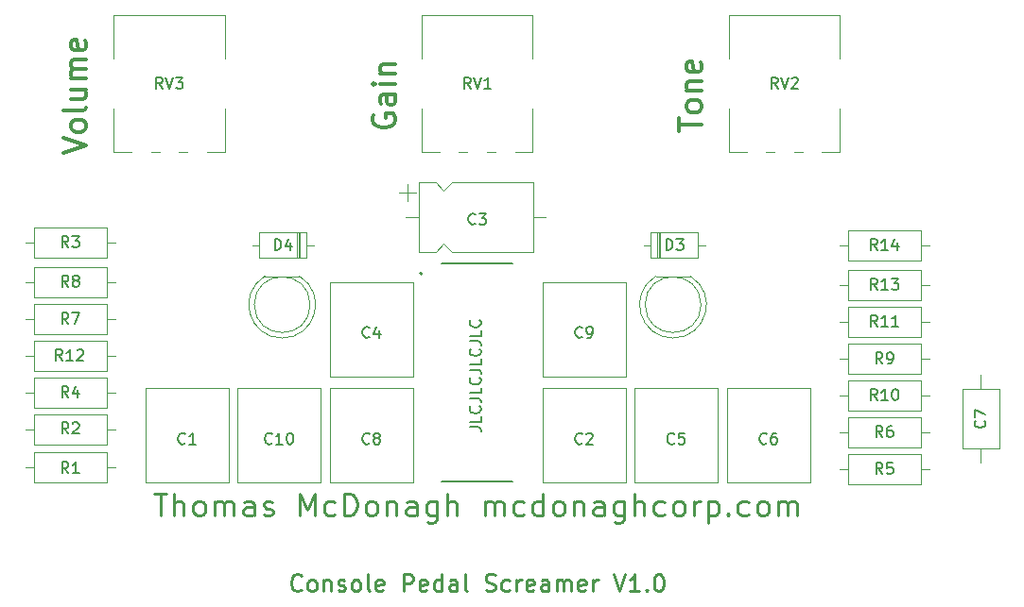
<source format=gbr>
G04 #@! TF.GenerationSoftware,KiCad,Pcbnew,(5.1.7)-1*
G04 #@! TF.CreationDate,2021-05-14T14:52:42-05:00*
G04 #@! TF.ProjectId,ConsolePedalScreamer,436f6e73-6f6c-4655-9065-64616c536372,rev?*
G04 #@! TF.SameCoordinates,Original*
G04 #@! TF.FileFunction,Legend,Top*
G04 #@! TF.FilePolarity,Positive*
%FSLAX46Y46*%
G04 Gerber Fmt 4.6, Leading zero omitted, Abs format (unit mm)*
G04 Created by KiCad (PCBNEW (5.1.7)-1) date 2021-05-14 14:52:42*
%MOMM*%
%LPD*%
G01*
G04 APERTURE LIST*
%ADD10C,0.150000*%
%ADD11C,0.300000*%
%ADD12C,0.250000*%
%ADD13C,0.127000*%
%ADD14C,0.200000*%
%ADD15C,0.120000*%
G04 APERTURE END LIST*
D10*
X132040380Y-107235047D02*
X132754666Y-107235047D01*
X132897523Y-107282666D01*
X132992761Y-107377904D01*
X133040380Y-107520761D01*
X133040380Y-107616000D01*
X133040380Y-106282666D02*
X133040380Y-106758857D01*
X132040380Y-106758857D01*
X132945142Y-105377904D02*
X132992761Y-105425523D01*
X133040380Y-105568380D01*
X133040380Y-105663619D01*
X132992761Y-105806476D01*
X132897523Y-105901714D01*
X132802285Y-105949333D01*
X132611809Y-105996952D01*
X132468952Y-105996952D01*
X132278476Y-105949333D01*
X132183238Y-105901714D01*
X132088000Y-105806476D01*
X132040380Y-105663619D01*
X132040380Y-105568380D01*
X132088000Y-105425523D01*
X132135619Y-105377904D01*
X132040380Y-104663619D02*
X132754666Y-104663619D01*
X132897523Y-104711238D01*
X132992761Y-104806476D01*
X133040380Y-104949333D01*
X133040380Y-105044571D01*
X133040380Y-103711238D02*
X133040380Y-104187428D01*
X132040380Y-104187428D01*
X132945142Y-102806476D02*
X132992761Y-102854095D01*
X133040380Y-102996952D01*
X133040380Y-103092190D01*
X132992761Y-103235047D01*
X132897523Y-103330285D01*
X132802285Y-103377904D01*
X132611809Y-103425523D01*
X132468952Y-103425523D01*
X132278476Y-103377904D01*
X132183238Y-103330285D01*
X132088000Y-103235047D01*
X132040380Y-103092190D01*
X132040380Y-102996952D01*
X132088000Y-102854095D01*
X132135619Y-102806476D01*
X132040380Y-102092190D02*
X132754666Y-102092190D01*
X132897523Y-102139809D01*
X132992761Y-102235047D01*
X133040380Y-102377904D01*
X133040380Y-102473142D01*
X133040380Y-101139809D02*
X133040380Y-101616000D01*
X132040380Y-101616000D01*
X132945142Y-100235047D02*
X132992761Y-100282666D01*
X133040380Y-100425523D01*
X133040380Y-100520761D01*
X132992761Y-100663619D01*
X132897523Y-100758857D01*
X132802285Y-100806476D01*
X132611809Y-100854095D01*
X132468952Y-100854095D01*
X132278476Y-100806476D01*
X132183238Y-100758857D01*
X132088000Y-100663619D01*
X132040380Y-100520761D01*
X132040380Y-100425523D01*
X132088000Y-100282666D01*
X132135619Y-100235047D01*
X132040380Y-99520761D02*
X132754666Y-99520761D01*
X132897523Y-99568380D01*
X132992761Y-99663619D01*
X133040380Y-99806476D01*
X133040380Y-99901714D01*
X133040380Y-98568380D02*
X133040380Y-99044571D01*
X132040380Y-99044571D01*
X132945142Y-97663619D02*
X132992761Y-97711238D01*
X133040380Y-97854095D01*
X133040380Y-97949333D01*
X132992761Y-98092190D01*
X132897523Y-98187428D01*
X132802285Y-98235047D01*
X132611809Y-98282666D01*
X132468952Y-98282666D01*
X132278476Y-98235047D01*
X132183238Y-98187428D01*
X132088000Y-98092190D01*
X132040380Y-97949333D01*
X132040380Y-97854095D01*
X132088000Y-97711238D01*
X132135619Y-97663619D01*
D11*
X150796761Y-80708095D02*
X150796761Y-79565238D01*
X152796761Y-80136666D02*
X150796761Y-80136666D01*
X152796761Y-78612857D02*
X152701523Y-78803333D01*
X152606285Y-78898571D01*
X152415809Y-78993809D01*
X151844380Y-78993809D01*
X151653904Y-78898571D01*
X151558666Y-78803333D01*
X151463428Y-78612857D01*
X151463428Y-78327142D01*
X151558666Y-78136666D01*
X151653904Y-78041428D01*
X151844380Y-77946190D01*
X152415809Y-77946190D01*
X152606285Y-78041428D01*
X152701523Y-78136666D01*
X152796761Y-78327142D01*
X152796761Y-78612857D01*
X151463428Y-77089047D02*
X152796761Y-77089047D01*
X151653904Y-77089047D02*
X151558666Y-76993809D01*
X151463428Y-76803333D01*
X151463428Y-76517619D01*
X151558666Y-76327142D01*
X151749142Y-76231904D01*
X152796761Y-76231904D01*
X152701523Y-74517619D02*
X152796761Y-74708095D01*
X152796761Y-75089047D01*
X152701523Y-75279523D01*
X152511047Y-75374761D01*
X151749142Y-75374761D01*
X151558666Y-75279523D01*
X151463428Y-75089047D01*
X151463428Y-74708095D01*
X151558666Y-74517619D01*
X151749142Y-74422380D01*
X151939619Y-74422380D01*
X152130095Y-75374761D01*
X123460000Y-79231904D02*
X123364761Y-79422380D01*
X123364761Y-79708095D01*
X123460000Y-79993809D01*
X123650476Y-80184285D01*
X123840952Y-80279523D01*
X124221904Y-80374761D01*
X124507619Y-80374761D01*
X124888571Y-80279523D01*
X125079047Y-80184285D01*
X125269523Y-79993809D01*
X125364761Y-79708095D01*
X125364761Y-79517619D01*
X125269523Y-79231904D01*
X125174285Y-79136666D01*
X124507619Y-79136666D01*
X124507619Y-79517619D01*
X125364761Y-77422380D02*
X124317142Y-77422380D01*
X124126666Y-77517619D01*
X124031428Y-77708095D01*
X124031428Y-78089047D01*
X124126666Y-78279523D01*
X125269523Y-77422380D02*
X125364761Y-77612857D01*
X125364761Y-78089047D01*
X125269523Y-78279523D01*
X125079047Y-78374761D01*
X124888571Y-78374761D01*
X124698095Y-78279523D01*
X124602857Y-78089047D01*
X124602857Y-77612857D01*
X124507619Y-77422380D01*
X125364761Y-76470000D02*
X124031428Y-76470000D01*
X123364761Y-76470000D02*
X123460000Y-76565238D01*
X123555238Y-76470000D01*
X123460000Y-76374761D01*
X123364761Y-76470000D01*
X123555238Y-76470000D01*
X124031428Y-75517619D02*
X125364761Y-75517619D01*
X124221904Y-75517619D02*
X124126666Y-75422380D01*
X124031428Y-75231904D01*
X124031428Y-74946190D01*
X124126666Y-74755714D01*
X124317142Y-74660476D01*
X125364761Y-74660476D01*
X95678761Y-82660476D02*
X97678761Y-81993809D01*
X95678761Y-81327142D01*
X97678761Y-80374761D02*
X97583523Y-80565238D01*
X97488285Y-80660476D01*
X97297809Y-80755714D01*
X96726380Y-80755714D01*
X96535904Y-80660476D01*
X96440666Y-80565238D01*
X96345428Y-80374761D01*
X96345428Y-80089047D01*
X96440666Y-79898571D01*
X96535904Y-79803333D01*
X96726380Y-79708095D01*
X97297809Y-79708095D01*
X97488285Y-79803333D01*
X97583523Y-79898571D01*
X97678761Y-80089047D01*
X97678761Y-80374761D01*
X97678761Y-78565238D02*
X97583523Y-78755714D01*
X97393047Y-78850952D01*
X95678761Y-78850952D01*
X96345428Y-76946190D02*
X97678761Y-76946190D01*
X96345428Y-77803333D02*
X97393047Y-77803333D01*
X97583523Y-77708095D01*
X97678761Y-77517619D01*
X97678761Y-77231904D01*
X97583523Y-77041428D01*
X97488285Y-76946190D01*
X97678761Y-75993809D02*
X96345428Y-75993809D01*
X96535904Y-75993809D02*
X96440666Y-75898571D01*
X96345428Y-75708095D01*
X96345428Y-75422380D01*
X96440666Y-75231904D01*
X96631142Y-75136666D01*
X97678761Y-75136666D01*
X96631142Y-75136666D02*
X96440666Y-75041428D01*
X96345428Y-74850952D01*
X96345428Y-74565238D01*
X96440666Y-74374761D01*
X96631142Y-74279523D01*
X97678761Y-74279523D01*
X97583523Y-72565238D02*
X97678761Y-72755714D01*
X97678761Y-73136666D01*
X97583523Y-73327142D01*
X97393047Y-73422380D01*
X96631142Y-73422380D01*
X96440666Y-73327142D01*
X96345428Y-73136666D01*
X96345428Y-72755714D01*
X96440666Y-72565238D01*
X96631142Y-72470000D01*
X96821619Y-72470000D01*
X97012095Y-73422380D01*
D12*
X116965000Y-121820714D02*
X116893571Y-121892142D01*
X116679285Y-121963571D01*
X116536428Y-121963571D01*
X116322142Y-121892142D01*
X116179285Y-121749285D01*
X116107857Y-121606428D01*
X116036428Y-121320714D01*
X116036428Y-121106428D01*
X116107857Y-120820714D01*
X116179285Y-120677857D01*
X116322142Y-120535000D01*
X116536428Y-120463571D01*
X116679285Y-120463571D01*
X116893571Y-120535000D01*
X116965000Y-120606428D01*
X117822142Y-121963571D02*
X117679285Y-121892142D01*
X117607857Y-121820714D01*
X117536428Y-121677857D01*
X117536428Y-121249285D01*
X117607857Y-121106428D01*
X117679285Y-121035000D01*
X117822142Y-120963571D01*
X118036428Y-120963571D01*
X118179285Y-121035000D01*
X118250714Y-121106428D01*
X118322142Y-121249285D01*
X118322142Y-121677857D01*
X118250714Y-121820714D01*
X118179285Y-121892142D01*
X118036428Y-121963571D01*
X117822142Y-121963571D01*
X118965000Y-120963571D02*
X118965000Y-121963571D01*
X118965000Y-121106428D02*
X119036428Y-121035000D01*
X119179285Y-120963571D01*
X119393571Y-120963571D01*
X119536428Y-121035000D01*
X119607857Y-121177857D01*
X119607857Y-121963571D01*
X120250714Y-121892142D02*
X120393571Y-121963571D01*
X120679285Y-121963571D01*
X120822142Y-121892142D01*
X120893571Y-121749285D01*
X120893571Y-121677857D01*
X120822142Y-121535000D01*
X120679285Y-121463571D01*
X120465000Y-121463571D01*
X120322142Y-121392142D01*
X120250714Y-121249285D01*
X120250714Y-121177857D01*
X120322142Y-121035000D01*
X120465000Y-120963571D01*
X120679285Y-120963571D01*
X120822142Y-121035000D01*
X121750714Y-121963571D02*
X121607857Y-121892142D01*
X121536428Y-121820714D01*
X121465000Y-121677857D01*
X121465000Y-121249285D01*
X121536428Y-121106428D01*
X121607857Y-121035000D01*
X121750714Y-120963571D01*
X121965000Y-120963571D01*
X122107857Y-121035000D01*
X122179285Y-121106428D01*
X122250714Y-121249285D01*
X122250714Y-121677857D01*
X122179285Y-121820714D01*
X122107857Y-121892142D01*
X121965000Y-121963571D01*
X121750714Y-121963571D01*
X123107857Y-121963571D02*
X122965000Y-121892142D01*
X122893571Y-121749285D01*
X122893571Y-120463571D01*
X124250714Y-121892142D02*
X124107857Y-121963571D01*
X123822142Y-121963571D01*
X123679285Y-121892142D01*
X123607857Y-121749285D01*
X123607857Y-121177857D01*
X123679285Y-121035000D01*
X123822142Y-120963571D01*
X124107857Y-120963571D01*
X124250714Y-121035000D01*
X124322142Y-121177857D01*
X124322142Y-121320714D01*
X123607857Y-121463571D01*
X126107857Y-121963571D02*
X126107857Y-120463571D01*
X126679285Y-120463571D01*
X126822142Y-120535000D01*
X126893571Y-120606428D01*
X126965000Y-120749285D01*
X126965000Y-120963571D01*
X126893571Y-121106428D01*
X126822142Y-121177857D01*
X126679285Y-121249285D01*
X126107857Y-121249285D01*
X128179285Y-121892142D02*
X128036428Y-121963571D01*
X127750714Y-121963571D01*
X127607857Y-121892142D01*
X127536428Y-121749285D01*
X127536428Y-121177857D01*
X127607857Y-121035000D01*
X127750714Y-120963571D01*
X128036428Y-120963571D01*
X128179285Y-121035000D01*
X128250714Y-121177857D01*
X128250714Y-121320714D01*
X127536428Y-121463571D01*
X129536428Y-121963571D02*
X129536428Y-120463571D01*
X129536428Y-121892142D02*
X129393571Y-121963571D01*
X129107857Y-121963571D01*
X128965000Y-121892142D01*
X128893571Y-121820714D01*
X128822142Y-121677857D01*
X128822142Y-121249285D01*
X128893571Y-121106428D01*
X128965000Y-121035000D01*
X129107857Y-120963571D01*
X129393571Y-120963571D01*
X129536428Y-121035000D01*
X130893571Y-121963571D02*
X130893571Y-121177857D01*
X130822142Y-121035000D01*
X130679285Y-120963571D01*
X130393571Y-120963571D01*
X130250714Y-121035000D01*
X130893571Y-121892142D02*
X130750714Y-121963571D01*
X130393571Y-121963571D01*
X130250714Y-121892142D01*
X130179285Y-121749285D01*
X130179285Y-121606428D01*
X130250714Y-121463571D01*
X130393571Y-121392142D01*
X130750714Y-121392142D01*
X130893571Y-121320714D01*
X131822142Y-121963571D02*
X131679285Y-121892142D01*
X131607857Y-121749285D01*
X131607857Y-120463571D01*
X133465000Y-121892142D02*
X133679285Y-121963571D01*
X134036428Y-121963571D01*
X134179285Y-121892142D01*
X134250714Y-121820714D01*
X134322142Y-121677857D01*
X134322142Y-121535000D01*
X134250714Y-121392142D01*
X134179285Y-121320714D01*
X134036428Y-121249285D01*
X133750714Y-121177857D01*
X133607857Y-121106428D01*
X133536428Y-121035000D01*
X133465000Y-120892142D01*
X133465000Y-120749285D01*
X133536428Y-120606428D01*
X133607857Y-120535000D01*
X133750714Y-120463571D01*
X134107857Y-120463571D01*
X134322142Y-120535000D01*
X135607857Y-121892142D02*
X135465000Y-121963571D01*
X135179285Y-121963571D01*
X135036428Y-121892142D01*
X134965000Y-121820714D01*
X134893571Y-121677857D01*
X134893571Y-121249285D01*
X134965000Y-121106428D01*
X135036428Y-121035000D01*
X135179285Y-120963571D01*
X135465000Y-120963571D01*
X135607857Y-121035000D01*
X136250714Y-121963571D02*
X136250714Y-120963571D01*
X136250714Y-121249285D02*
X136322142Y-121106428D01*
X136393571Y-121035000D01*
X136536428Y-120963571D01*
X136679285Y-120963571D01*
X137750714Y-121892142D02*
X137607857Y-121963571D01*
X137322142Y-121963571D01*
X137179285Y-121892142D01*
X137107857Y-121749285D01*
X137107857Y-121177857D01*
X137179285Y-121035000D01*
X137322142Y-120963571D01*
X137607857Y-120963571D01*
X137750714Y-121035000D01*
X137822142Y-121177857D01*
X137822142Y-121320714D01*
X137107857Y-121463571D01*
X139107857Y-121963571D02*
X139107857Y-121177857D01*
X139036428Y-121035000D01*
X138893571Y-120963571D01*
X138607857Y-120963571D01*
X138465000Y-121035000D01*
X139107857Y-121892142D02*
X138965000Y-121963571D01*
X138607857Y-121963571D01*
X138465000Y-121892142D01*
X138393571Y-121749285D01*
X138393571Y-121606428D01*
X138465000Y-121463571D01*
X138607857Y-121392142D01*
X138965000Y-121392142D01*
X139107857Y-121320714D01*
X139822142Y-121963571D02*
X139822142Y-120963571D01*
X139822142Y-121106428D02*
X139893571Y-121035000D01*
X140036428Y-120963571D01*
X140250714Y-120963571D01*
X140393571Y-121035000D01*
X140465000Y-121177857D01*
X140465000Y-121963571D01*
X140465000Y-121177857D02*
X140536428Y-121035000D01*
X140679285Y-120963571D01*
X140893571Y-120963571D01*
X141036428Y-121035000D01*
X141107857Y-121177857D01*
X141107857Y-121963571D01*
X142393571Y-121892142D02*
X142250714Y-121963571D01*
X141965000Y-121963571D01*
X141822142Y-121892142D01*
X141750714Y-121749285D01*
X141750714Y-121177857D01*
X141822142Y-121035000D01*
X141965000Y-120963571D01*
X142250714Y-120963571D01*
X142393571Y-121035000D01*
X142465000Y-121177857D01*
X142465000Y-121320714D01*
X141750714Y-121463571D01*
X143107857Y-121963571D02*
X143107857Y-120963571D01*
X143107857Y-121249285D02*
X143179285Y-121106428D01*
X143250714Y-121035000D01*
X143393571Y-120963571D01*
X143536428Y-120963571D01*
X144965000Y-120463571D02*
X145465000Y-121963571D01*
X145965000Y-120463571D01*
X147250714Y-121963571D02*
X146393571Y-121963571D01*
X146822142Y-121963571D02*
X146822142Y-120463571D01*
X146679285Y-120677857D01*
X146536428Y-120820714D01*
X146393571Y-120892142D01*
X147893571Y-121820714D02*
X147965000Y-121892142D01*
X147893571Y-121963571D01*
X147822142Y-121892142D01*
X147893571Y-121820714D01*
X147893571Y-121963571D01*
X148893571Y-120463571D02*
X149036428Y-120463571D01*
X149179285Y-120535000D01*
X149250714Y-120606428D01*
X149322142Y-120749285D01*
X149393571Y-121035000D01*
X149393571Y-121392142D01*
X149322142Y-121677857D01*
X149250714Y-121820714D01*
X149179285Y-121892142D01*
X149036428Y-121963571D01*
X148893571Y-121963571D01*
X148750714Y-121892142D01*
X148679285Y-121820714D01*
X148607857Y-121677857D01*
X148536428Y-121392142D01*
X148536428Y-121035000D01*
X148607857Y-120749285D01*
X148679285Y-120606428D01*
X148750714Y-120535000D01*
X148893571Y-120463571D01*
X103762619Y-113204761D02*
X104905476Y-113204761D01*
X104334047Y-115204761D02*
X104334047Y-113204761D01*
X105572142Y-115204761D02*
X105572142Y-113204761D01*
X106429285Y-115204761D02*
X106429285Y-114157142D01*
X106334047Y-113966666D01*
X106143571Y-113871428D01*
X105857857Y-113871428D01*
X105667380Y-113966666D01*
X105572142Y-114061904D01*
X107667380Y-115204761D02*
X107476904Y-115109523D01*
X107381666Y-115014285D01*
X107286428Y-114823809D01*
X107286428Y-114252380D01*
X107381666Y-114061904D01*
X107476904Y-113966666D01*
X107667380Y-113871428D01*
X107953095Y-113871428D01*
X108143571Y-113966666D01*
X108238809Y-114061904D01*
X108334047Y-114252380D01*
X108334047Y-114823809D01*
X108238809Y-115014285D01*
X108143571Y-115109523D01*
X107953095Y-115204761D01*
X107667380Y-115204761D01*
X109191190Y-115204761D02*
X109191190Y-113871428D01*
X109191190Y-114061904D02*
X109286428Y-113966666D01*
X109476904Y-113871428D01*
X109762619Y-113871428D01*
X109953095Y-113966666D01*
X110048333Y-114157142D01*
X110048333Y-115204761D01*
X110048333Y-114157142D02*
X110143571Y-113966666D01*
X110334047Y-113871428D01*
X110619761Y-113871428D01*
X110810238Y-113966666D01*
X110905476Y-114157142D01*
X110905476Y-115204761D01*
X112715000Y-115204761D02*
X112715000Y-114157142D01*
X112619761Y-113966666D01*
X112429285Y-113871428D01*
X112048333Y-113871428D01*
X111857857Y-113966666D01*
X112715000Y-115109523D02*
X112524523Y-115204761D01*
X112048333Y-115204761D01*
X111857857Y-115109523D01*
X111762619Y-114919047D01*
X111762619Y-114728571D01*
X111857857Y-114538095D01*
X112048333Y-114442857D01*
X112524523Y-114442857D01*
X112715000Y-114347619D01*
X113572142Y-115109523D02*
X113762619Y-115204761D01*
X114143571Y-115204761D01*
X114334047Y-115109523D01*
X114429285Y-114919047D01*
X114429285Y-114823809D01*
X114334047Y-114633333D01*
X114143571Y-114538095D01*
X113857857Y-114538095D01*
X113667380Y-114442857D01*
X113572142Y-114252380D01*
X113572142Y-114157142D01*
X113667380Y-113966666D01*
X113857857Y-113871428D01*
X114143571Y-113871428D01*
X114334047Y-113966666D01*
X116810238Y-115204761D02*
X116810238Y-113204761D01*
X117476904Y-114633333D01*
X118143571Y-113204761D01*
X118143571Y-115204761D01*
X119953095Y-115109523D02*
X119762619Y-115204761D01*
X119381666Y-115204761D01*
X119191190Y-115109523D01*
X119095952Y-115014285D01*
X119000714Y-114823809D01*
X119000714Y-114252380D01*
X119095952Y-114061904D01*
X119191190Y-113966666D01*
X119381666Y-113871428D01*
X119762619Y-113871428D01*
X119953095Y-113966666D01*
X120810238Y-115204761D02*
X120810238Y-113204761D01*
X121286428Y-113204761D01*
X121572142Y-113300000D01*
X121762619Y-113490476D01*
X121857857Y-113680952D01*
X121953095Y-114061904D01*
X121953095Y-114347619D01*
X121857857Y-114728571D01*
X121762619Y-114919047D01*
X121572142Y-115109523D01*
X121286428Y-115204761D01*
X120810238Y-115204761D01*
X123095952Y-115204761D02*
X122905476Y-115109523D01*
X122810238Y-115014285D01*
X122715000Y-114823809D01*
X122715000Y-114252380D01*
X122810238Y-114061904D01*
X122905476Y-113966666D01*
X123095952Y-113871428D01*
X123381666Y-113871428D01*
X123572142Y-113966666D01*
X123667380Y-114061904D01*
X123762619Y-114252380D01*
X123762619Y-114823809D01*
X123667380Y-115014285D01*
X123572142Y-115109523D01*
X123381666Y-115204761D01*
X123095952Y-115204761D01*
X124619761Y-113871428D02*
X124619761Y-115204761D01*
X124619761Y-114061904D02*
X124715000Y-113966666D01*
X124905476Y-113871428D01*
X125191190Y-113871428D01*
X125381666Y-113966666D01*
X125476904Y-114157142D01*
X125476904Y-115204761D01*
X127286428Y-115204761D02*
X127286428Y-114157142D01*
X127191190Y-113966666D01*
X127000714Y-113871428D01*
X126619761Y-113871428D01*
X126429285Y-113966666D01*
X127286428Y-115109523D02*
X127095952Y-115204761D01*
X126619761Y-115204761D01*
X126429285Y-115109523D01*
X126334047Y-114919047D01*
X126334047Y-114728571D01*
X126429285Y-114538095D01*
X126619761Y-114442857D01*
X127095952Y-114442857D01*
X127286428Y-114347619D01*
X129095952Y-113871428D02*
X129095952Y-115490476D01*
X129000714Y-115680952D01*
X128905476Y-115776190D01*
X128715000Y-115871428D01*
X128429285Y-115871428D01*
X128238809Y-115776190D01*
X129095952Y-115109523D02*
X128905476Y-115204761D01*
X128524523Y-115204761D01*
X128334047Y-115109523D01*
X128238809Y-115014285D01*
X128143571Y-114823809D01*
X128143571Y-114252380D01*
X128238809Y-114061904D01*
X128334047Y-113966666D01*
X128524523Y-113871428D01*
X128905476Y-113871428D01*
X129095952Y-113966666D01*
X130048333Y-115204761D02*
X130048333Y-113204761D01*
X130905476Y-115204761D02*
X130905476Y-114157142D01*
X130810238Y-113966666D01*
X130619761Y-113871428D01*
X130334047Y-113871428D01*
X130143571Y-113966666D01*
X130048333Y-114061904D01*
X133381666Y-115204761D02*
X133381666Y-113871428D01*
X133381666Y-114061904D02*
X133476904Y-113966666D01*
X133667380Y-113871428D01*
X133953095Y-113871428D01*
X134143571Y-113966666D01*
X134238809Y-114157142D01*
X134238809Y-115204761D01*
X134238809Y-114157142D02*
X134334047Y-113966666D01*
X134524523Y-113871428D01*
X134810238Y-113871428D01*
X135000714Y-113966666D01*
X135095952Y-114157142D01*
X135095952Y-115204761D01*
X136905476Y-115109523D02*
X136715000Y-115204761D01*
X136334047Y-115204761D01*
X136143571Y-115109523D01*
X136048333Y-115014285D01*
X135953095Y-114823809D01*
X135953095Y-114252380D01*
X136048333Y-114061904D01*
X136143571Y-113966666D01*
X136334047Y-113871428D01*
X136715000Y-113871428D01*
X136905476Y-113966666D01*
X138619761Y-115204761D02*
X138619761Y-113204761D01*
X138619761Y-115109523D02*
X138429285Y-115204761D01*
X138048333Y-115204761D01*
X137857857Y-115109523D01*
X137762619Y-115014285D01*
X137667380Y-114823809D01*
X137667380Y-114252380D01*
X137762619Y-114061904D01*
X137857857Y-113966666D01*
X138048333Y-113871428D01*
X138429285Y-113871428D01*
X138619761Y-113966666D01*
X139857857Y-115204761D02*
X139667380Y-115109523D01*
X139572142Y-115014285D01*
X139476904Y-114823809D01*
X139476904Y-114252380D01*
X139572142Y-114061904D01*
X139667380Y-113966666D01*
X139857857Y-113871428D01*
X140143571Y-113871428D01*
X140334047Y-113966666D01*
X140429285Y-114061904D01*
X140524523Y-114252380D01*
X140524523Y-114823809D01*
X140429285Y-115014285D01*
X140334047Y-115109523D01*
X140143571Y-115204761D01*
X139857857Y-115204761D01*
X141381666Y-113871428D02*
X141381666Y-115204761D01*
X141381666Y-114061904D02*
X141476904Y-113966666D01*
X141667380Y-113871428D01*
X141953095Y-113871428D01*
X142143571Y-113966666D01*
X142238809Y-114157142D01*
X142238809Y-115204761D01*
X144048333Y-115204761D02*
X144048333Y-114157142D01*
X143953095Y-113966666D01*
X143762619Y-113871428D01*
X143381666Y-113871428D01*
X143191190Y-113966666D01*
X144048333Y-115109523D02*
X143857857Y-115204761D01*
X143381666Y-115204761D01*
X143191190Y-115109523D01*
X143095952Y-114919047D01*
X143095952Y-114728571D01*
X143191190Y-114538095D01*
X143381666Y-114442857D01*
X143857857Y-114442857D01*
X144048333Y-114347619D01*
X145857857Y-113871428D02*
X145857857Y-115490476D01*
X145762619Y-115680952D01*
X145667380Y-115776190D01*
X145476904Y-115871428D01*
X145191190Y-115871428D01*
X145000714Y-115776190D01*
X145857857Y-115109523D02*
X145667380Y-115204761D01*
X145286428Y-115204761D01*
X145095952Y-115109523D01*
X145000714Y-115014285D01*
X144905476Y-114823809D01*
X144905476Y-114252380D01*
X145000714Y-114061904D01*
X145095952Y-113966666D01*
X145286428Y-113871428D01*
X145667380Y-113871428D01*
X145857857Y-113966666D01*
X146810238Y-115204761D02*
X146810238Y-113204761D01*
X147667380Y-115204761D02*
X147667380Y-114157142D01*
X147572142Y-113966666D01*
X147381666Y-113871428D01*
X147095952Y-113871428D01*
X146905476Y-113966666D01*
X146810238Y-114061904D01*
X149476904Y-115109523D02*
X149286428Y-115204761D01*
X148905476Y-115204761D01*
X148714999Y-115109523D01*
X148619761Y-115014285D01*
X148524523Y-114823809D01*
X148524523Y-114252380D01*
X148619761Y-114061904D01*
X148714999Y-113966666D01*
X148905476Y-113871428D01*
X149286428Y-113871428D01*
X149476904Y-113966666D01*
X150619761Y-115204761D02*
X150429285Y-115109523D01*
X150334047Y-115014285D01*
X150238809Y-114823809D01*
X150238809Y-114252380D01*
X150334047Y-114061904D01*
X150429285Y-113966666D01*
X150619761Y-113871428D01*
X150905476Y-113871428D01*
X151095952Y-113966666D01*
X151191190Y-114061904D01*
X151286428Y-114252380D01*
X151286428Y-114823809D01*
X151191190Y-115014285D01*
X151095952Y-115109523D01*
X150905476Y-115204761D01*
X150619761Y-115204761D01*
X152143571Y-115204761D02*
X152143571Y-113871428D01*
X152143571Y-114252380D02*
X152238809Y-114061904D01*
X152334047Y-113966666D01*
X152524523Y-113871428D01*
X152714999Y-113871428D01*
X153381666Y-113871428D02*
X153381666Y-115871428D01*
X153381666Y-113966666D02*
X153572142Y-113871428D01*
X153953095Y-113871428D01*
X154143571Y-113966666D01*
X154238809Y-114061904D01*
X154334047Y-114252380D01*
X154334047Y-114823809D01*
X154238809Y-115014285D01*
X154143571Y-115109523D01*
X153953095Y-115204761D01*
X153572142Y-115204761D01*
X153381666Y-115109523D01*
X155191190Y-115014285D02*
X155286428Y-115109523D01*
X155191190Y-115204761D01*
X155095952Y-115109523D01*
X155191190Y-115014285D01*
X155191190Y-115204761D01*
X157000714Y-115109523D02*
X156810238Y-115204761D01*
X156429285Y-115204761D01*
X156238809Y-115109523D01*
X156143571Y-115014285D01*
X156048333Y-114823809D01*
X156048333Y-114252380D01*
X156143571Y-114061904D01*
X156238809Y-113966666D01*
X156429285Y-113871428D01*
X156810238Y-113871428D01*
X157000714Y-113966666D01*
X158143571Y-115204761D02*
X157953095Y-115109523D01*
X157857857Y-115014285D01*
X157762619Y-114823809D01*
X157762619Y-114252380D01*
X157857857Y-114061904D01*
X157953095Y-113966666D01*
X158143571Y-113871428D01*
X158429285Y-113871428D01*
X158619761Y-113966666D01*
X158714999Y-114061904D01*
X158810238Y-114252380D01*
X158810238Y-114823809D01*
X158714999Y-115014285D01*
X158619761Y-115109523D01*
X158429285Y-115204761D01*
X158143571Y-115204761D01*
X159667380Y-115204761D02*
X159667380Y-113871428D01*
X159667380Y-114061904D02*
X159762619Y-113966666D01*
X159953095Y-113871428D01*
X160238809Y-113871428D01*
X160429285Y-113966666D01*
X160524523Y-114157142D01*
X160524523Y-115204761D01*
X160524523Y-114157142D02*
X160619761Y-113966666D01*
X160810238Y-113871428D01*
X161095952Y-113871428D01*
X161286428Y-113966666D01*
X161381666Y-114157142D01*
X161381666Y-115204761D01*
D13*
G04 #@! TO.C,U1*
X129540000Y-112137000D02*
X135890000Y-112137000D01*
X129540000Y-92587000D02*
X135890000Y-92587000D01*
D14*
X127780000Y-93472000D02*
G75*
G03*
X127780000Y-93472000I-100000J0D01*
G01*
D15*
G04 #@! TO.C,D1*
X116795000Y-93710000D02*
X113705000Y-93710000D01*
X117750000Y-96270000D02*
G75*
G03*
X117750000Y-96270000I-2500000J0D01*
G01*
X115249538Y-99260000D02*
G75*
G03*
X116794830Y-93710000I462J2990000D01*
G01*
X115250462Y-99260000D02*
G75*
G02*
X113705170Y-93710000I-462J2990000D01*
G01*
G04 #@! TO.C,D2*
X152750000Y-96270000D02*
G75*
G03*
X152750000Y-96270000I-2500000J0D01*
G01*
X151795000Y-93710000D02*
X148705000Y-93710000D01*
X150250462Y-99260000D02*
G75*
G02*
X148705170Y-93710000I-462J2990000D01*
G01*
X150249538Y-99260000D02*
G75*
G03*
X151794830Y-93710000I462J2990000D01*
G01*
G04 #@! TO.C,R3*
X100306000Y-90678000D02*
X99536000Y-90678000D01*
X92226000Y-90678000D02*
X92996000Y-90678000D01*
X99536000Y-89308000D02*
X92996000Y-89308000D01*
X99536000Y-92048000D02*
X99536000Y-89308000D01*
X92996000Y-92048000D02*
X99536000Y-92048000D01*
X92996000Y-89308000D02*
X92996000Y-92048000D01*
G04 #@! TO.C,C1*
X110440000Y-112241000D02*
X103000000Y-112241000D01*
X110440000Y-103751000D02*
X103000000Y-103751000D01*
X110440000Y-112241000D02*
X110440000Y-103751000D01*
X103000000Y-112241000D02*
X103000000Y-103751000D01*
G04 #@! TO.C,C2*
X146000000Y-112241000D02*
X138560000Y-112241000D01*
X146000000Y-103751000D02*
X138560000Y-103751000D01*
X146000000Y-112241000D02*
X146000000Y-103751000D01*
X138560000Y-112241000D02*
X138560000Y-103751000D01*
G04 #@! TO.C,C3*
X138855000Y-88392000D02*
X137715000Y-88392000D01*
X126335000Y-88392000D02*
X127475000Y-88392000D01*
X130475000Y-91512000D02*
X137715000Y-91512000D01*
X129725000Y-90762000D02*
X130475000Y-91512000D01*
X128975000Y-91512000D02*
X129725000Y-90762000D01*
X127475000Y-91512000D02*
X128975000Y-91512000D01*
X130475000Y-85272000D02*
X137715000Y-85272000D01*
X129725000Y-86022000D02*
X130475000Y-85272000D01*
X128975000Y-85272000D02*
X129725000Y-86022000D01*
X127475000Y-85272000D02*
X128975000Y-85272000D01*
X137715000Y-85272000D02*
X137715000Y-91512000D01*
X127475000Y-85272000D02*
X127475000Y-91512000D01*
X126475000Y-85442000D02*
X126475000Y-86942000D01*
X125725000Y-86192000D02*
X127225000Y-86192000D01*
G04 #@! TO.C,C4*
X119510000Y-102716000D02*
X119510000Y-94226000D01*
X126950000Y-102716000D02*
X126950000Y-94226000D01*
X126950000Y-94226000D02*
X119510000Y-94226000D01*
X126950000Y-102716000D02*
X119510000Y-102716000D01*
G04 #@! TO.C,C5*
X146815000Y-112241000D02*
X146815000Y-103751000D01*
X154255000Y-112241000D02*
X154255000Y-103751000D01*
X154255000Y-103751000D02*
X146815000Y-103751000D01*
X154255000Y-112241000D02*
X146815000Y-112241000D01*
G04 #@! TO.C,C6*
X155070000Y-112241000D02*
X155070000Y-103751000D01*
X162510000Y-112241000D02*
X162510000Y-103751000D01*
X162510000Y-103751000D02*
X155070000Y-103751000D01*
X162510000Y-112241000D02*
X155070000Y-112241000D01*
G04 #@! TO.C,C7*
X176130000Y-109176000D02*
X179470000Y-109176000D01*
X179470000Y-109176000D02*
X179470000Y-103836000D01*
X179470000Y-103836000D02*
X176130000Y-103836000D01*
X176130000Y-103836000D02*
X176130000Y-109176000D01*
X177800000Y-110466000D02*
X177800000Y-109176000D01*
X177800000Y-102546000D02*
X177800000Y-103836000D01*
G04 #@! TO.C,C8*
X126950000Y-112241000D02*
X119510000Y-112241000D01*
X126950000Y-103751000D02*
X119510000Y-103751000D01*
X126950000Y-112241000D02*
X126950000Y-103751000D01*
X119510000Y-112241000D02*
X119510000Y-103751000D01*
G04 #@! TO.C,C9*
X138560000Y-102716000D02*
X138560000Y-94226000D01*
X146000000Y-102716000D02*
X146000000Y-94226000D01*
X146000000Y-94226000D02*
X138560000Y-94226000D01*
X146000000Y-102716000D02*
X138560000Y-102716000D01*
G04 #@! TO.C,C10*
X118695000Y-112241000D02*
X111255000Y-112241000D01*
X118695000Y-103751000D02*
X111255000Y-103751000D01*
X118695000Y-112241000D02*
X118695000Y-103751000D01*
X111255000Y-112241000D02*
X111255000Y-103751000D01*
G04 #@! TO.C,D3*
X148848000Y-89812000D02*
X148848000Y-92052000D01*
X149088000Y-89812000D02*
X149088000Y-92052000D01*
X148968000Y-89812000D02*
X148968000Y-92052000D01*
X153138000Y-90932000D02*
X152488000Y-90932000D01*
X147598000Y-90932000D02*
X148248000Y-90932000D01*
X152488000Y-89812000D02*
X148248000Y-89812000D01*
X152488000Y-92052000D02*
X152488000Y-89812000D01*
X148248000Y-92052000D02*
X152488000Y-92052000D01*
X148248000Y-89812000D02*
X148248000Y-92052000D01*
G04 #@! TO.C,D4*
X117436000Y-92052000D02*
X117436000Y-89812000D01*
X117436000Y-89812000D02*
X113196000Y-89812000D01*
X113196000Y-89812000D02*
X113196000Y-92052000D01*
X113196000Y-92052000D02*
X117436000Y-92052000D01*
X118086000Y-90932000D02*
X117436000Y-90932000D01*
X112546000Y-90932000D02*
X113196000Y-90932000D01*
X116716000Y-92052000D02*
X116716000Y-89812000D01*
X116596000Y-92052000D02*
X116596000Y-89812000D01*
X116836000Y-92052000D02*
X116836000Y-89812000D01*
G04 #@! TO.C,R1*
X92996000Y-109501000D02*
X92996000Y-112241000D01*
X92996000Y-112241000D02*
X99536000Y-112241000D01*
X99536000Y-112241000D02*
X99536000Y-109501000D01*
X99536000Y-109501000D02*
X92996000Y-109501000D01*
X92226000Y-110871000D02*
X92996000Y-110871000D01*
X100306000Y-110871000D02*
X99536000Y-110871000D01*
G04 #@! TO.C,R2*
X92226000Y-107442000D02*
X92996000Y-107442000D01*
X100306000Y-107442000D02*
X99536000Y-107442000D01*
X92996000Y-108812000D02*
X99536000Y-108812000D01*
X92996000Y-106072000D02*
X92996000Y-108812000D01*
X99536000Y-106072000D02*
X92996000Y-106072000D01*
X99536000Y-108812000D02*
X99536000Y-106072000D01*
G04 #@! TO.C,R4*
X92996000Y-102770000D02*
X92996000Y-105510000D01*
X92996000Y-105510000D02*
X99536000Y-105510000D01*
X99536000Y-105510000D02*
X99536000Y-102770000D01*
X99536000Y-102770000D02*
X92996000Y-102770000D01*
X92226000Y-104140000D02*
X92996000Y-104140000D01*
X100306000Y-104140000D02*
X99536000Y-104140000D01*
G04 #@! TO.C,R5*
X173204000Y-110998000D02*
X172434000Y-110998000D01*
X165124000Y-110998000D02*
X165894000Y-110998000D01*
X172434000Y-109628000D02*
X165894000Y-109628000D01*
X172434000Y-112368000D02*
X172434000Y-109628000D01*
X165894000Y-112368000D02*
X172434000Y-112368000D01*
X165894000Y-109628000D02*
X165894000Y-112368000D01*
G04 #@! TO.C,R6*
X172434000Y-109066000D02*
X172434000Y-106326000D01*
X172434000Y-106326000D02*
X165894000Y-106326000D01*
X165894000Y-106326000D02*
X165894000Y-109066000D01*
X165894000Y-109066000D02*
X172434000Y-109066000D01*
X173204000Y-107696000D02*
X172434000Y-107696000D01*
X165124000Y-107696000D02*
X165894000Y-107696000D01*
G04 #@! TO.C,R7*
X100306000Y-97536000D02*
X99536000Y-97536000D01*
X92226000Y-97536000D02*
X92996000Y-97536000D01*
X99536000Y-96166000D02*
X92996000Y-96166000D01*
X99536000Y-98906000D02*
X99536000Y-96166000D01*
X92996000Y-98906000D02*
X99536000Y-98906000D01*
X92996000Y-96166000D02*
X92996000Y-98906000D01*
G04 #@! TO.C,R8*
X99536000Y-95604000D02*
X99536000Y-92864000D01*
X99536000Y-92864000D02*
X92996000Y-92864000D01*
X92996000Y-92864000D02*
X92996000Y-95604000D01*
X92996000Y-95604000D02*
X99536000Y-95604000D01*
X100306000Y-94234000D02*
X99536000Y-94234000D01*
X92226000Y-94234000D02*
X92996000Y-94234000D01*
G04 #@! TO.C,R9*
X165894000Y-99722000D02*
X165894000Y-102462000D01*
X165894000Y-102462000D02*
X172434000Y-102462000D01*
X172434000Y-102462000D02*
X172434000Y-99722000D01*
X172434000Y-99722000D02*
X165894000Y-99722000D01*
X165124000Y-101092000D02*
X165894000Y-101092000D01*
X173204000Y-101092000D02*
X172434000Y-101092000D01*
G04 #@! TO.C,R10*
X173204000Y-104394000D02*
X172434000Y-104394000D01*
X165124000Y-104394000D02*
X165894000Y-104394000D01*
X172434000Y-103024000D02*
X165894000Y-103024000D01*
X172434000Y-105764000D02*
X172434000Y-103024000D01*
X165894000Y-105764000D02*
X172434000Y-105764000D01*
X165894000Y-103024000D02*
X165894000Y-105764000D01*
G04 #@! TO.C,R11*
X172434000Y-99160000D02*
X172434000Y-96420000D01*
X172434000Y-96420000D02*
X165894000Y-96420000D01*
X165894000Y-96420000D02*
X165894000Y-99160000D01*
X165894000Y-99160000D02*
X172434000Y-99160000D01*
X173204000Y-97790000D02*
X172434000Y-97790000D01*
X165124000Y-97790000D02*
X165894000Y-97790000D01*
G04 #@! TO.C,R12*
X100306000Y-100838000D02*
X99536000Y-100838000D01*
X92226000Y-100838000D02*
X92996000Y-100838000D01*
X99536000Y-99468000D02*
X92996000Y-99468000D01*
X99536000Y-102208000D02*
X99536000Y-99468000D01*
X92996000Y-102208000D02*
X99536000Y-102208000D01*
X92996000Y-99468000D02*
X92996000Y-102208000D01*
G04 #@! TO.C,R13*
X165124000Y-94488000D02*
X165894000Y-94488000D01*
X173204000Y-94488000D02*
X172434000Y-94488000D01*
X165894000Y-95858000D02*
X172434000Y-95858000D01*
X165894000Y-93118000D02*
X165894000Y-95858000D01*
X172434000Y-93118000D02*
X165894000Y-93118000D01*
X172434000Y-95858000D02*
X172434000Y-93118000D01*
G04 #@! TO.C,R14*
X165124000Y-90932000D02*
X165894000Y-90932000D01*
X173204000Y-90932000D02*
X172434000Y-90932000D01*
X165894000Y-92302000D02*
X172434000Y-92302000D01*
X165894000Y-89562000D02*
X165894000Y-92302000D01*
X172434000Y-89562000D02*
X165894000Y-89562000D01*
X172434000Y-92302000D02*
X172434000Y-89562000D01*
G04 #@! TO.C,RV1*
X127745000Y-70319000D02*
X137685000Y-70319000D01*
X136085000Y-82559000D02*
X137685000Y-82559000D01*
X133586000Y-82559000D02*
X134345000Y-82559000D01*
X131086000Y-82559000D02*
X131845000Y-82559000D01*
X127745000Y-82559000D02*
X129344000Y-82559000D01*
X137685000Y-74184000D02*
X137685000Y-70319000D01*
X137685000Y-82559000D02*
X137685000Y-78694000D01*
X127745000Y-74184000D02*
X127745000Y-70319000D01*
X127745000Y-82559000D02*
X127745000Y-78694000D01*
G04 #@! TO.C,RV2*
X155245000Y-70319000D02*
X165185000Y-70319000D01*
X163585000Y-82559000D02*
X165185000Y-82559000D01*
X161086000Y-82559000D02*
X161845000Y-82559000D01*
X158586000Y-82559000D02*
X159345000Y-82559000D01*
X155245000Y-82559000D02*
X156844000Y-82559000D01*
X165185000Y-74184000D02*
X165185000Y-70319000D01*
X165185000Y-82559000D02*
X165185000Y-78694000D01*
X155245000Y-74184000D02*
X155245000Y-70319000D01*
X155245000Y-82559000D02*
X155245000Y-78694000D01*
G04 #@! TO.C,RV3*
X100169000Y-82559000D02*
X100169000Y-78694000D01*
X100169000Y-74184000D02*
X100169000Y-70319000D01*
X110109000Y-82559000D02*
X110109000Y-78694000D01*
X110109000Y-74184000D02*
X110109000Y-70319000D01*
X100169000Y-82559000D02*
X101768000Y-82559000D01*
X103510000Y-82559000D02*
X104269000Y-82559000D01*
X106010000Y-82559000D02*
X106769000Y-82559000D01*
X108509000Y-82559000D02*
X110109000Y-82559000D01*
X100169000Y-70319000D02*
X110109000Y-70319000D01*
G04 #@! TO.C,R3*
D10*
X96099333Y-91130380D02*
X95766000Y-90654190D01*
X95527904Y-91130380D02*
X95527904Y-90130380D01*
X95908857Y-90130380D01*
X96004095Y-90178000D01*
X96051714Y-90225619D01*
X96099333Y-90320857D01*
X96099333Y-90463714D01*
X96051714Y-90558952D01*
X96004095Y-90606571D01*
X95908857Y-90654190D01*
X95527904Y-90654190D01*
X96432666Y-90130380D02*
X97051714Y-90130380D01*
X96718380Y-90511333D01*
X96861238Y-90511333D01*
X96956476Y-90558952D01*
X97004095Y-90606571D01*
X97051714Y-90701809D01*
X97051714Y-90939904D01*
X97004095Y-91035142D01*
X96956476Y-91082761D01*
X96861238Y-91130380D01*
X96575523Y-91130380D01*
X96480285Y-91082761D01*
X96432666Y-91035142D01*
G04 #@! TO.C,C1*
X106553333Y-108688142D02*
X106505714Y-108735761D01*
X106362857Y-108783380D01*
X106267619Y-108783380D01*
X106124761Y-108735761D01*
X106029523Y-108640523D01*
X105981904Y-108545285D01*
X105934285Y-108354809D01*
X105934285Y-108211952D01*
X105981904Y-108021476D01*
X106029523Y-107926238D01*
X106124761Y-107831000D01*
X106267619Y-107783380D01*
X106362857Y-107783380D01*
X106505714Y-107831000D01*
X106553333Y-107878619D01*
X107505714Y-108783380D02*
X106934285Y-108783380D01*
X107220000Y-108783380D02*
X107220000Y-107783380D01*
X107124761Y-107926238D01*
X107029523Y-108021476D01*
X106934285Y-108069095D01*
G04 #@! TO.C,C2*
X142113333Y-108688142D02*
X142065714Y-108735761D01*
X141922857Y-108783380D01*
X141827619Y-108783380D01*
X141684761Y-108735761D01*
X141589523Y-108640523D01*
X141541904Y-108545285D01*
X141494285Y-108354809D01*
X141494285Y-108211952D01*
X141541904Y-108021476D01*
X141589523Y-107926238D01*
X141684761Y-107831000D01*
X141827619Y-107783380D01*
X141922857Y-107783380D01*
X142065714Y-107831000D01*
X142113333Y-107878619D01*
X142494285Y-107878619D02*
X142541904Y-107831000D01*
X142637142Y-107783380D01*
X142875238Y-107783380D01*
X142970476Y-107831000D01*
X143018095Y-107878619D01*
X143065714Y-107973857D01*
X143065714Y-108069095D01*
X143018095Y-108211952D01*
X142446666Y-108783380D01*
X143065714Y-108783380D01*
G04 #@! TO.C,C3*
X132543332Y-88999141D02*
X132495713Y-89046760D01*
X132352856Y-89094379D01*
X132257618Y-89094379D01*
X132114760Y-89046760D01*
X132019522Y-88951522D01*
X131971903Y-88856284D01*
X131924284Y-88665808D01*
X131924284Y-88522951D01*
X131971903Y-88332475D01*
X132019522Y-88237237D01*
X132114760Y-88141999D01*
X132257618Y-88094379D01*
X132352856Y-88094379D01*
X132495713Y-88141999D01*
X132543332Y-88189618D01*
X132876665Y-88094379D02*
X133495713Y-88094379D01*
X133162379Y-88475332D01*
X133305237Y-88475332D01*
X133400475Y-88522951D01*
X133448094Y-88570570D01*
X133495713Y-88665808D01*
X133495713Y-88903903D01*
X133448094Y-88999141D01*
X133400475Y-89046760D01*
X133305237Y-89094379D01*
X133019522Y-89094379D01*
X132924284Y-89046760D01*
X132876665Y-88999141D01*
G04 #@! TO.C,C4*
X123063333Y-99163142D02*
X123015714Y-99210761D01*
X122872857Y-99258380D01*
X122777619Y-99258380D01*
X122634761Y-99210761D01*
X122539523Y-99115523D01*
X122491904Y-99020285D01*
X122444285Y-98829809D01*
X122444285Y-98686952D01*
X122491904Y-98496476D01*
X122539523Y-98401238D01*
X122634761Y-98306000D01*
X122777619Y-98258380D01*
X122872857Y-98258380D01*
X123015714Y-98306000D01*
X123063333Y-98353619D01*
X123920476Y-98591714D02*
X123920476Y-99258380D01*
X123682380Y-98210761D02*
X123444285Y-98925047D01*
X124063333Y-98925047D01*
G04 #@! TO.C,C5*
X150368333Y-108688142D02*
X150320714Y-108735761D01*
X150177857Y-108783380D01*
X150082619Y-108783380D01*
X149939761Y-108735761D01*
X149844523Y-108640523D01*
X149796904Y-108545285D01*
X149749285Y-108354809D01*
X149749285Y-108211952D01*
X149796904Y-108021476D01*
X149844523Y-107926238D01*
X149939761Y-107831000D01*
X150082619Y-107783380D01*
X150177857Y-107783380D01*
X150320714Y-107831000D01*
X150368333Y-107878619D01*
X151273095Y-107783380D02*
X150796904Y-107783380D01*
X150749285Y-108259571D01*
X150796904Y-108211952D01*
X150892142Y-108164333D01*
X151130238Y-108164333D01*
X151225476Y-108211952D01*
X151273095Y-108259571D01*
X151320714Y-108354809D01*
X151320714Y-108592904D01*
X151273095Y-108688142D01*
X151225476Y-108735761D01*
X151130238Y-108783380D01*
X150892142Y-108783380D01*
X150796904Y-108735761D01*
X150749285Y-108688142D01*
G04 #@! TO.C,C6*
X158623333Y-108688142D02*
X158575714Y-108735761D01*
X158432857Y-108783380D01*
X158337619Y-108783380D01*
X158194761Y-108735761D01*
X158099523Y-108640523D01*
X158051904Y-108545285D01*
X158004285Y-108354809D01*
X158004285Y-108211952D01*
X158051904Y-108021476D01*
X158099523Y-107926238D01*
X158194761Y-107831000D01*
X158337619Y-107783380D01*
X158432857Y-107783380D01*
X158575714Y-107831000D01*
X158623333Y-107878619D01*
X159480476Y-107783380D02*
X159290000Y-107783380D01*
X159194761Y-107831000D01*
X159147142Y-107878619D01*
X159051904Y-108021476D01*
X159004285Y-108211952D01*
X159004285Y-108592904D01*
X159051904Y-108688142D01*
X159099523Y-108735761D01*
X159194761Y-108783380D01*
X159385238Y-108783380D01*
X159480476Y-108735761D01*
X159528095Y-108688142D01*
X159575714Y-108592904D01*
X159575714Y-108354809D01*
X159528095Y-108259571D01*
X159480476Y-108211952D01*
X159385238Y-108164333D01*
X159194761Y-108164333D01*
X159099523Y-108211952D01*
X159051904Y-108259571D01*
X159004285Y-108354809D01*
G04 #@! TO.C,C7*
X178139141Y-106672666D02*
X178186760Y-106720285D01*
X178234379Y-106863142D01*
X178234379Y-106958380D01*
X178186760Y-107101238D01*
X178091522Y-107196476D01*
X177996284Y-107244095D01*
X177805808Y-107291714D01*
X177662951Y-107291714D01*
X177472475Y-107244095D01*
X177377237Y-107196476D01*
X177281999Y-107101238D01*
X177234379Y-106958380D01*
X177234379Y-106863142D01*
X177281999Y-106720285D01*
X177329618Y-106672666D01*
X177234379Y-106339333D02*
X177234379Y-105672666D01*
X178234379Y-106101238D01*
G04 #@! TO.C,C8*
X123063333Y-108688142D02*
X123015714Y-108735761D01*
X122872857Y-108783380D01*
X122777619Y-108783380D01*
X122634761Y-108735761D01*
X122539523Y-108640523D01*
X122491904Y-108545285D01*
X122444285Y-108354809D01*
X122444285Y-108211952D01*
X122491904Y-108021476D01*
X122539523Y-107926238D01*
X122634761Y-107831000D01*
X122777619Y-107783380D01*
X122872857Y-107783380D01*
X123015714Y-107831000D01*
X123063333Y-107878619D01*
X123634761Y-108211952D02*
X123539523Y-108164333D01*
X123491904Y-108116714D01*
X123444285Y-108021476D01*
X123444285Y-107973857D01*
X123491904Y-107878619D01*
X123539523Y-107831000D01*
X123634761Y-107783380D01*
X123825238Y-107783380D01*
X123920476Y-107831000D01*
X123968095Y-107878619D01*
X124015714Y-107973857D01*
X124015714Y-108021476D01*
X123968095Y-108116714D01*
X123920476Y-108164333D01*
X123825238Y-108211952D01*
X123634761Y-108211952D01*
X123539523Y-108259571D01*
X123491904Y-108307190D01*
X123444285Y-108402428D01*
X123444285Y-108592904D01*
X123491904Y-108688142D01*
X123539523Y-108735761D01*
X123634761Y-108783380D01*
X123825238Y-108783380D01*
X123920476Y-108735761D01*
X123968095Y-108688142D01*
X124015714Y-108592904D01*
X124015714Y-108402428D01*
X123968095Y-108307190D01*
X123920476Y-108259571D01*
X123825238Y-108211952D01*
G04 #@! TO.C,C9*
X142113333Y-99163142D02*
X142065714Y-99210761D01*
X141922857Y-99258380D01*
X141827619Y-99258380D01*
X141684761Y-99210761D01*
X141589523Y-99115523D01*
X141541904Y-99020285D01*
X141494285Y-98829809D01*
X141494285Y-98686952D01*
X141541904Y-98496476D01*
X141589523Y-98401238D01*
X141684761Y-98306000D01*
X141827619Y-98258380D01*
X141922857Y-98258380D01*
X142065714Y-98306000D01*
X142113333Y-98353619D01*
X142589523Y-99258380D02*
X142780000Y-99258380D01*
X142875238Y-99210761D01*
X142922857Y-99163142D01*
X143018095Y-99020285D01*
X143065714Y-98829809D01*
X143065714Y-98448857D01*
X143018095Y-98353619D01*
X142970476Y-98306000D01*
X142875238Y-98258380D01*
X142684761Y-98258380D01*
X142589523Y-98306000D01*
X142541904Y-98353619D01*
X142494285Y-98448857D01*
X142494285Y-98686952D01*
X142541904Y-98782190D01*
X142589523Y-98829809D01*
X142684761Y-98877428D01*
X142875238Y-98877428D01*
X142970476Y-98829809D01*
X143018095Y-98782190D01*
X143065714Y-98686952D01*
G04 #@! TO.C,C10*
X114332142Y-108688142D02*
X114284523Y-108735761D01*
X114141666Y-108783380D01*
X114046428Y-108783380D01*
X113903571Y-108735761D01*
X113808333Y-108640523D01*
X113760714Y-108545285D01*
X113713095Y-108354809D01*
X113713095Y-108211952D01*
X113760714Y-108021476D01*
X113808333Y-107926238D01*
X113903571Y-107831000D01*
X114046428Y-107783380D01*
X114141666Y-107783380D01*
X114284523Y-107831000D01*
X114332142Y-107878619D01*
X115284523Y-108783380D02*
X114713095Y-108783380D01*
X114998809Y-108783380D02*
X114998809Y-107783380D01*
X114903571Y-107926238D01*
X114808333Y-108021476D01*
X114713095Y-108069095D01*
X115903571Y-107783380D02*
X115998809Y-107783380D01*
X116094047Y-107831000D01*
X116141666Y-107878619D01*
X116189285Y-107973857D01*
X116236904Y-108164333D01*
X116236904Y-108402428D01*
X116189285Y-108592904D01*
X116141666Y-108688142D01*
X116094047Y-108735761D01*
X115998809Y-108783380D01*
X115903571Y-108783380D01*
X115808333Y-108735761D01*
X115760714Y-108688142D01*
X115713095Y-108592904D01*
X115665476Y-108402428D01*
X115665476Y-108164333D01*
X115713095Y-107973857D01*
X115760714Y-107878619D01*
X115808333Y-107831000D01*
X115903571Y-107783380D01*
G04 #@! TO.C,D3*
X149629904Y-91384380D02*
X149629904Y-90384380D01*
X149868000Y-90384380D01*
X150010857Y-90432000D01*
X150106095Y-90527238D01*
X150153714Y-90622476D01*
X150201333Y-90812952D01*
X150201333Y-90955809D01*
X150153714Y-91146285D01*
X150106095Y-91241523D01*
X150010857Y-91336761D01*
X149868000Y-91384380D01*
X149629904Y-91384380D01*
X150534666Y-90384380D02*
X151153714Y-90384380D01*
X150820380Y-90765333D01*
X150963238Y-90765333D01*
X151058476Y-90812952D01*
X151106095Y-90860571D01*
X151153714Y-90955809D01*
X151153714Y-91193904D01*
X151106095Y-91289142D01*
X151058476Y-91336761D01*
X150963238Y-91384380D01*
X150677523Y-91384380D01*
X150582285Y-91336761D01*
X150534666Y-91289142D01*
G04 #@! TO.C,D4*
X114577904Y-91384380D02*
X114577904Y-90384380D01*
X114816000Y-90384380D01*
X114958857Y-90432000D01*
X115054095Y-90527238D01*
X115101714Y-90622476D01*
X115149333Y-90812952D01*
X115149333Y-90955809D01*
X115101714Y-91146285D01*
X115054095Y-91241523D01*
X114958857Y-91336761D01*
X114816000Y-91384380D01*
X114577904Y-91384380D01*
X116006476Y-90717714D02*
X116006476Y-91384380D01*
X115768380Y-90336761D02*
X115530285Y-91051047D01*
X116149333Y-91051047D01*
G04 #@! TO.C,R1*
X96099333Y-111375379D02*
X95766000Y-110899189D01*
X95527904Y-111375379D02*
X95527904Y-110375379D01*
X95908857Y-110375379D01*
X96004095Y-110422999D01*
X96051714Y-110470618D01*
X96099333Y-110565856D01*
X96099333Y-110708713D01*
X96051714Y-110803951D01*
X96004095Y-110851570D01*
X95908857Y-110899189D01*
X95527904Y-110899189D01*
X97051714Y-111375379D02*
X96480285Y-111375379D01*
X96766000Y-111375379D02*
X96766000Y-110375379D01*
X96670761Y-110518237D01*
X96575523Y-110613475D01*
X96480285Y-110661094D01*
G04 #@! TO.C,R2*
X96099333Y-107828381D02*
X95766000Y-107352191D01*
X95527904Y-107828381D02*
X95527904Y-106828381D01*
X95908857Y-106828381D01*
X96004095Y-106876001D01*
X96051714Y-106923620D01*
X96099333Y-107018858D01*
X96099333Y-107161715D01*
X96051714Y-107256953D01*
X96004095Y-107304572D01*
X95908857Y-107352191D01*
X95527904Y-107352191D01*
X96480285Y-106923620D02*
X96527904Y-106876001D01*
X96623142Y-106828381D01*
X96861238Y-106828381D01*
X96956476Y-106876001D01*
X97004095Y-106923620D01*
X97051714Y-107018858D01*
X97051714Y-107114096D01*
X97004095Y-107256953D01*
X96432666Y-107828381D01*
X97051714Y-107828381D01*
G04 #@! TO.C,R4*
X96099333Y-104591379D02*
X95766000Y-104115189D01*
X95527904Y-104591379D02*
X95527904Y-103591379D01*
X95908857Y-103591379D01*
X96004095Y-103638999D01*
X96051714Y-103686618D01*
X96099333Y-103781856D01*
X96099333Y-103924713D01*
X96051714Y-104019951D01*
X96004095Y-104067570D01*
X95908857Y-104115189D01*
X95527904Y-104115189D01*
X96956476Y-103924713D02*
X96956476Y-104591379D01*
X96718380Y-103543760D02*
X96480285Y-104258046D01*
X97099333Y-104258046D01*
G04 #@! TO.C,R5*
X168997333Y-111450380D02*
X168664000Y-110974190D01*
X168425904Y-111450380D02*
X168425904Y-110450380D01*
X168806857Y-110450380D01*
X168902095Y-110498000D01*
X168949714Y-110545619D01*
X168997333Y-110640857D01*
X168997333Y-110783714D01*
X168949714Y-110878952D01*
X168902095Y-110926571D01*
X168806857Y-110974190D01*
X168425904Y-110974190D01*
X169902095Y-110450380D02*
X169425904Y-110450380D01*
X169378285Y-110926571D01*
X169425904Y-110878952D01*
X169521142Y-110831333D01*
X169759238Y-110831333D01*
X169854476Y-110878952D01*
X169902095Y-110926571D01*
X169949714Y-111021809D01*
X169949714Y-111259904D01*
X169902095Y-111355142D01*
X169854476Y-111402761D01*
X169759238Y-111450380D01*
X169521142Y-111450380D01*
X169425904Y-111402761D01*
X169378285Y-111355142D01*
G04 #@! TO.C,R6*
X168997333Y-108147381D02*
X168664000Y-107671191D01*
X168425904Y-108147381D02*
X168425904Y-107147381D01*
X168806857Y-107147381D01*
X168902095Y-107195001D01*
X168949714Y-107242620D01*
X168997333Y-107337858D01*
X168997333Y-107480715D01*
X168949714Y-107575953D01*
X168902095Y-107623572D01*
X168806857Y-107671191D01*
X168425904Y-107671191D01*
X169854476Y-107147381D02*
X169664000Y-107147381D01*
X169568761Y-107195001D01*
X169521142Y-107242620D01*
X169425904Y-107385477D01*
X169378285Y-107575953D01*
X169378285Y-107956905D01*
X169425904Y-108052143D01*
X169473523Y-108099762D01*
X169568761Y-108147381D01*
X169759238Y-108147381D01*
X169854476Y-108099762D01*
X169902095Y-108052143D01*
X169949714Y-107956905D01*
X169949714Y-107718810D01*
X169902095Y-107623572D01*
X169854476Y-107575953D01*
X169759238Y-107528334D01*
X169568761Y-107528334D01*
X169473523Y-107575953D01*
X169425904Y-107623572D01*
X169378285Y-107718810D01*
G04 #@! TO.C,R7*
X96099333Y-98001379D02*
X95766000Y-97525189D01*
X95527904Y-98001379D02*
X95527904Y-97001379D01*
X95908857Y-97001379D01*
X96004095Y-97048999D01*
X96051714Y-97096618D01*
X96099333Y-97191856D01*
X96099333Y-97334713D01*
X96051714Y-97429951D01*
X96004095Y-97477570D01*
X95908857Y-97525189D01*
X95527904Y-97525189D01*
X96432666Y-97001379D02*
X97099333Y-97001379D01*
X96670761Y-98001379D01*
G04 #@! TO.C,R8*
X96099333Y-94659381D02*
X95766000Y-94183191D01*
X95527904Y-94659381D02*
X95527904Y-93659381D01*
X95908857Y-93659381D01*
X96004095Y-93707001D01*
X96051714Y-93754620D01*
X96099333Y-93849858D01*
X96099333Y-93992715D01*
X96051714Y-94087953D01*
X96004095Y-94135572D01*
X95908857Y-94183191D01*
X95527904Y-94183191D01*
X96670761Y-94087953D02*
X96575523Y-94040334D01*
X96527904Y-93992715D01*
X96480285Y-93897477D01*
X96480285Y-93849858D01*
X96527904Y-93754620D01*
X96575523Y-93707001D01*
X96670761Y-93659381D01*
X96861238Y-93659381D01*
X96956476Y-93707001D01*
X97004095Y-93754620D01*
X97051714Y-93849858D01*
X97051714Y-93897477D01*
X97004095Y-93992715D01*
X96956476Y-94040334D01*
X96861238Y-94087953D01*
X96670761Y-94087953D01*
X96575523Y-94135572D01*
X96527904Y-94183191D01*
X96480285Y-94278429D01*
X96480285Y-94468905D01*
X96527904Y-94564143D01*
X96575523Y-94611762D01*
X96670761Y-94659381D01*
X96861238Y-94659381D01*
X96956476Y-94611762D01*
X97004095Y-94564143D01*
X97051714Y-94468905D01*
X97051714Y-94278429D01*
X97004095Y-94183191D01*
X96956476Y-94135572D01*
X96861238Y-94087953D01*
G04 #@! TO.C,R9*
X168997333Y-101559379D02*
X168664000Y-101083189D01*
X168425904Y-101559379D02*
X168425904Y-100559379D01*
X168806857Y-100559379D01*
X168902095Y-100606999D01*
X168949714Y-100654618D01*
X168997333Y-100749856D01*
X168997333Y-100892713D01*
X168949714Y-100987951D01*
X168902095Y-101035570D01*
X168806857Y-101083189D01*
X168425904Y-101083189D01*
X169473523Y-101559379D02*
X169664000Y-101559379D01*
X169759238Y-101511760D01*
X169806857Y-101464141D01*
X169902095Y-101321284D01*
X169949714Y-101130808D01*
X169949714Y-100749856D01*
X169902095Y-100654618D01*
X169854476Y-100606999D01*
X169759238Y-100559379D01*
X169568761Y-100559379D01*
X169473523Y-100606999D01*
X169425904Y-100654618D01*
X169378285Y-100749856D01*
X169378285Y-100987951D01*
X169425904Y-101083189D01*
X169473523Y-101130808D01*
X169568761Y-101178427D01*
X169759238Y-101178427D01*
X169854476Y-101130808D01*
X169902095Y-101083189D01*
X169949714Y-100987951D01*
G04 #@! TO.C,R10*
X168521142Y-104846379D02*
X168187809Y-104370189D01*
X167949714Y-104846379D02*
X167949714Y-103846379D01*
X168330666Y-103846379D01*
X168425904Y-103893999D01*
X168473523Y-103941618D01*
X168521142Y-104036856D01*
X168521142Y-104179713D01*
X168473523Y-104274951D01*
X168425904Y-104322570D01*
X168330666Y-104370189D01*
X167949714Y-104370189D01*
X169473523Y-104846379D02*
X168902095Y-104846379D01*
X169187809Y-104846379D02*
X169187809Y-103846379D01*
X169092571Y-103989237D01*
X168997333Y-104084475D01*
X168902095Y-104132094D01*
X170092571Y-103846379D02*
X170187809Y-103846379D01*
X170283047Y-103893999D01*
X170330666Y-103941618D01*
X170378285Y-104036856D01*
X170425904Y-104227332D01*
X170425904Y-104465427D01*
X170378285Y-104655903D01*
X170330666Y-104751141D01*
X170283047Y-104798760D01*
X170187809Y-104846379D01*
X170092571Y-104846379D01*
X169997333Y-104798760D01*
X169949714Y-104751141D01*
X169902095Y-104655903D01*
X169854476Y-104465427D01*
X169854476Y-104227332D01*
X169902095Y-104036856D01*
X169949714Y-103941618D01*
X169997333Y-103893999D01*
X170092571Y-103846379D01*
G04 #@! TO.C,R11*
X168521142Y-98213381D02*
X168187809Y-97737191D01*
X167949714Y-98213381D02*
X167949714Y-97213381D01*
X168330666Y-97213381D01*
X168425904Y-97261001D01*
X168473523Y-97308620D01*
X168521142Y-97403858D01*
X168521142Y-97546715D01*
X168473523Y-97641953D01*
X168425904Y-97689572D01*
X168330666Y-97737191D01*
X167949714Y-97737191D01*
X169473523Y-98213381D02*
X168902095Y-98213381D01*
X169187809Y-98213381D02*
X169187809Y-97213381D01*
X169092571Y-97356239D01*
X168997333Y-97451477D01*
X168902095Y-97499096D01*
X170425904Y-98213381D02*
X169854476Y-98213381D01*
X170140190Y-98213381D02*
X170140190Y-97213381D01*
X170044952Y-97356239D01*
X169949714Y-97451477D01*
X169854476Y-97499096D01*
G04 #@! TO.C,R12*
X95559141Y-101289379D02*
X95225808Y-100813189D01*
X94987713Y-101289379D02*
X94987713Y-100289379D01*
X95368665Y-100289379D01*
X95463903Y-100336999D01*
X95511522Y-100384618D01*
X95559141Y-100479856D01*
X95559141Y-100622713D01*
X95511522Y-100717951D01*
X95463903Y-100765570D01*
X95368665Y-100813189D01*
X94987713Y-100813189D01*
X96511522Y-101289379D02*
X95940094Y-101289379D01*
X96225808Y-101289379D02*
X96225808Y-100289379D01*
X96130570Y-100432237D01*
X96035332Y-100527475D01*
X95940094Y-100575094D01*
X96892475Y-100384618D02*
X96940094Y-100336999D01*
X97035332Y-100289379D01*
X97273427Y-100289379D01*
X97368665Y-100336999D01*
X97416284Y-100384618D01*
X97463903Y-100479856D01*
X97463903Y-100575094D01*
X97416284Y-100717951D01*
X96844856Y-101289379D01*
X97463903Y-101289379D01*
G04 #@! TO.C,R13*
X168521142Y-94926381D02*
X168187809Y-94450191D01*
X167949714Y-94926381D02*
X167949714Y-93926381D01*
X168330666Y-93926381D01*
X168425904Y-93974001D01*
X168473523Y-94021620D01*
X168521142Y-94116858D01*
X168521142Y-94259715D01*
X168473523Y-94354953D01*
X168425904Y-94402572D01*
X168330666Y-94450191D01*
X167949714Y-94450191D01*
X169473523Y-94926381D02*
X168902095Y-94926381D01*
X169187809Y-94926381D02*
X169187809Y-93926381D01*
X169092571Y-94069239D01*
X168997333Y-94164477D01*
X168902095Y-94212096D01*
X169806857Y-93926381D02*
X170425904Y-93926381D01*
X170092571Y-94307334D01*
X170235428Y-94307334D01*
X170330666Y-94354953D01*
X170378285Y-94402572D01*
X170425904Y-94497810D01*
X170425904Y-94735905D01*
X170378285Y-94831143D01*
X170330666Y-94878762D01*
X170235428Y-94926381D01*
X169949714Y-94926381D01*
X169854476Y-94878762D01*
X169806857Y-94831143D01*
G04 #@! TO.C,R14*
X168521142Y-91383381D02*
X168187809Y-90907191D01*
X167949714Y-91383381D02*
X167949714Y-90383381D01*
X168330666Y-90383381D01*
X168425904Y-90431001D01*
X168473523Y-90478620D01*
X168521142Y-90573858D01*
X168521142Y-90716715D01*
X168473523Y-90811953D01*
X168425904Y-90859572D01*
X168330666Y-90907191D01*
X167949714Y-90907191D01*
X169473523Y-91383381D02*
X168902095Y-91383381D01*
X169187809Y-91383381D02*
X169187809Y-90383381D01*
X169092571Y-90526239D01*
X168997333Y-90621477D01*
X168902095Y-90669096D01*
X170330666Y-90716715D02*
X170330666Y-91383381D01*
X170092571Y-90335762D02*
X169854476Y-91050048D01*
X170473523Y-91050048D01*
G04 #@! TO.C,RV1*
X132119761Y-76891380D02*
X131786428Y-76415190D01*
X131548333Y-76891380D02*
X131548333Y-75891380D01*
X131929285Y-75891380D01*
X132024523Y-75939000D01*
X132072142Y-75986619D01*
X132119761Y-76081857D01*
X132119761Y-76224714D01*
X132072142Y-76319952D01*
X132024523Y-76367571D01*
X131929285Y-76415190D01*
X131548333Y-76415190D01*
X132405476Y-75891380D02*
X132738809Y-76891380D01*
X133072142Y-75891380D01*
X133929285Y-76891380D02*
X133357857Y-76891380D01*
X133643571Y-76891380D02*
X133643571Y-75891380D01*
X133548333Y-76034238D01*
X133453095Y-76129476D01*
X133357857Y-76177095D01*
G04 #@! TO.C,RV2*
X159619761Y-76891380D02*
X159286428Y-76415190D01*
X159048333Y-76891380D02*
X159048333Y-75891380D01*
X159429285Y-75891380D01*
X159524523Y-75939000D01*
X159572142Y-75986619D01*
X159619761Y-76081857D01*
X159619761Y-76224714D01*
X159572142Y-76319952D01*
X159524523Y-76367571D01*
X159429285Y-76415190D01*
X159048333Y-76415190D01*
X159905476Y-75891380D02*
X160238809Y-76891380D01*
X160572142Y-75891380D01*
X160857857Y-75986619D02*
X160905476Y-75939000D01*
X161000714Y-75891380D01*
X161238809Y-75891380D01*
X161334047Y-75939000D01*
X161381666Y-75986619D01*
X161429285Y-76081857D01*
X161429285Y-76177095D01*
X161381666Y-76319952D01*
X160810238Y-76891380D01*
X161429285Y-76891380D01*
G04 #@! TO.C,RV3*
X104543761Y-76891380D02*
X104210428Y-76415190D01*
X103972333Y-76891380D02*
X103972333Y-75891380D01*
X104353285Y-75891380D01*
X104448523Y-75939000D01*
X104496142Y-75986619D01*
X104543761Y-76081857D01*
X104543761Y-76224714D01*
X104496142Y-76319952D01*
X104448523Y-76367571D01*
X104353285Y-76415190D01*
X103972333Y-76415190D01*
X104829476Y-75891380D02*
X105162809Y-76891380D01*
X105496142Y-75891380D01*
X105734238Y-75891380D02*
X106353285Y-75891380D01*
X106019952Y-76272333D01*
X106162809Y-76272333D01*
X106258047Y-76319952D01*
X106305666Y-76367571D01*
X106353285Y-76462809D01*
X106353285Y-76700904D01*
X106305666Y-76796142D01*
X106258047Y-76843761D01*
X106162809Y-76891380D01*
X105877095Y-76891380D01*
X105781857Y-76843761D01*
X105734238Y-76796142D01*
G04 #@! TD*
M02*

</source>
